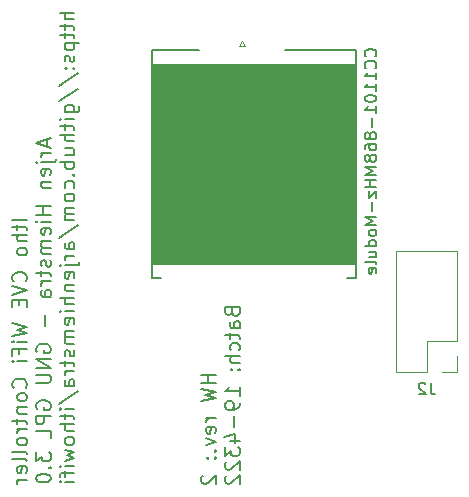
<source format=gbo>
G04 #@! TF.GenerationSoftware,KiCad,Pcbnew,(6.0.8-1)-1*
G04 #@! TF.CreationDate,2022-10-25T00:57:16+02:00*
G04 #@! TF.ProjectId,ithowifi_4l,6974686f-7769-4666-995f-346c2e6b6963,rev?*
G04 #@! TF.SameCoordinates,Original*
G04 #@! TF.FileFunction,Legend,Bot*
G04 #@! TF.FilePolarity,Positive*
%FSLAX46Y46*%
G04 Gerber Fmt 4.6, Leading zero omitted, Abs format (unit mm)*
G04 Created by KiCad (PCBNEW (6.0.8-1)-1) date 2022-10-25 00:57:16*
%MOMM*%
%LPD*%
G01*
G04 APERTURE LIST*
%ADD10C,0.100000*%
%ADD11C,0.200000*%
%ADD12C,0.150000*%
%ADD13C,0.120000*%
G04 APERTURE END LIST*
D10*
G36*
X114808000Y-129997200D02*
G01*
X97561400Y-129997200D01*
X97536000Y-113030000D01*
X114808000Y-113030000D01*
X114808000Y-129997200D01*
G37*
X114808000Y-129997200D02*
X97561400Y-129997200D01*
X97536000Y-113030000D01*
X114808000Y-113030000D01*
X114808000Y-129997200D01*
D11*
X86949606Y-126226666D02*
X85703606Y-126226666D01*
X86118940Y-126642000D02*
X86118940Y-127116666D01*
X85703606Y-126820000D02*
X86771606Y-126820000D01*
X86890273Y-126879333D01*
X86949606Y-126998000D01*
X86949606Y-127116666D01*
X86949606Y-127532000D02*
X85703606Y-127532000D01*
X86949606Y-128066000D02*
X86296940Y-128066000D01*
X86178273Y-128006666D01*
X86118940Y-127888000D01*
X86118940Y-127710000D01*
X86178273Y-127591333D01*
X86237606Y-127532000D01*
X86949606Y-128837333D02*
X86890273Y-128718666D01*
X86830940Y-128659333D01*
X86712273Y-128600000D01*
X86356273Y-128600000D01*
X86237606Y-128659333D01*
X86178273Y-128718666D01*
X86118940Y-128837333D01*
X86118940Y-129015333D01*
X86178273Y-129134000D01*
X86237606Y-129193333D01*
X86356273Y-129252666D01*
X86712273Y-129252666D01*
X86830940Y-129193333D01*
X86890273Y-129134000D01*
X86949606Y-129015333D01*
X86949606Y-128837333D01*
X86830940Y-131448000D02*
X86890273Y-131388666D01*
X86949606Y-131210666D01*
X86949606Y-131092000D01*
X86890273Y-130914000D01*
X86771606Y-130795333D01*
X86652940Y-130736000D01*
X86415606Y-130676666D01*
X86237606Y-130676666D01*
X86000273Y-130736000D01*
X85881606Y-130795333D01*
X85762940Y-130914000D01*
X85703606Y-131092000D01*
X85703606Y-131210666D01*
X85762940Y-131388666D01*
X85822273Y-131448000D01*
X85703606Y-131804000D02*
X86949606Y-132219333D01*
X85703606Y-132634666D01*
X86296940Y-133049999D02*
X86296940Y-133465333D01*
X86949606Y-133643333D02*
X86949606Y-133049999D01*
X85703606Y-133049999D01*
X85703606Y-133643333D01*
X85703606Y-135008000D02*
X86949606Y-135304666D01*
X86059606Y-135542000D01*
X86949606Y-135779333D01*
X85703606Y-136076000D01*
X86949606Y-136550666D02*
X86118940Y-136550666D01*
X85703606Y-136550666D02*
X85762940Y-136491333D01*
X85822273Y-136550666D01*
X85762940Y-136610000D01*
X85703606Y-136550666D01*
X85822273Y-136550666D01*
X86296940Y-137559333D02*
X86296940Y-137144000D01*
X86949606Y-137144000D02*
X85703606Y-137144000D01*
X85703606Y-137737333D01*
X86949606Y-138212000D02*
X86118940Y-138212000D01*
X85703606Y-138212000D02*
X85762940Y-138152666D01*
X85822273Y-138212000D01*
X85762940Y-138271333D01*
X85703606Y-138212000D01*
X85822273Y-138212000D01*
X86830940Y-140466666D02*
X86890273Y-140407333D01*
X86949606Y-140229333D01*
X86949606Y-140110666D01*
X86890273Y-139932666D01*
X86771606Y-139814000D01*
X86652940Y-139754666D01*
X86415606Y-139695333D01*
X86237606Y-139695333D01*
X86000273Y-139754666D01*
X85881606Y-139814000D01*
X85762940Y-139932666D01*
X85703606Y-140110666D01*
X85703606Y-140229333D01*
X85762940Y-140407333D01*
X85822273Y-140466666D01*
X86949606Y-141178666D02*
X86890273Y-141060000D01*
X86830940Y-141000666D01*
X86712273Y-140941333D01*
X86356273Y-140941333D01*
X86237606Y-141000666D01*
X86178273Y-141060000D01*
X86118940Y-141178666D01*
X86118940Y-141356666D01*
X86178273Y-141475333D01*
X86237606Y-141534666D01*
X86356273Y-141594000D01*
X86712273Y-141594000D01*
X86830940Y-141534666D01*
X86890273Y-141475333D01*
X86949606Y-141356666D01*
X86949606Y-141178666D01*
X86118940Y-142128000D02*
X86949606Y-142128000D01*
X86237606Y-142128000D02*
X86178273Y-142187333D01*
X86118940Y-142306000D01*
X86118940Y-142484000D01*
X86178273Y-142602666D01*
X86296940Y-142662000D01*
X86949606Y-142662000D01*
X86118940Y-143077333D02*
X86118940Y-143552000D01*
X85703606Y-143255333D02*
X86771606Y-143255333D01*
X86890273Y-143314666D01*
X86949606Y-143433333D01*
X86949606Y-143552000D01*
X86949606Y-143967333D02*
X86118940Y-143967333D01*
X86356273Y-143967333D02*
X86237606Y-144026666D01*
X86178273Y-144086000D01*
X86118940Y-144204666D01*
X86118940Y-144323333D01*
X86949606Y-144916666D02*
X86890273Y-144798000D01*
X86830940Y-144738666D01*
X86712273Y-144679333D01*
X86356273Y-144679333D01*
X86237606Y-144738666D01*
X86178273Y-144798000D01*
X86118940Y-144916666D01*
X86118940Y-145094666D01*
X86178273Y-145213333D01*
X86237606Y-145272666D01*
X86356273Y-145332000D01*
X86712273Y-145332000D01*
X86830940Y-145272666D01*
X86890273Y-145213333D01*
X86949606Y-145094666D01*
X86949606Y-144916666D01*
X86949606Y-146044000D02*
X86890273Y-145925333D01*
X86771606Y-145866000D01*
X85703606Y-145866000D01*
X86949606Y-146696666D02*
X86890273Y-146578000D01*
X86771606Y-146518666D01*
X85703606Y-146518666D01*
X86890273Y-147646000D02*
X86949606Y-147527333D01*
X86949606Y-147290000D01*
X86890273Y-147171333D01*
X86771606Y-147112000D01*
X86296940Y-147112000D01*
X86178273Y-147171333D01*
X86118940Y-147290000D01*
X86118940Y-147527333D01*
X86178273Y-147646000D01*
X86296940Y-147705333D01*
X86415606Y-147705333D01*
X86534273Y-147112000D01*
X86949606Y-148239333D02*
X86118940Y-148239333D01*
X86356273Y-148239333D02*
X86237606Y-148298666D01*
X86178273Y-148358000D01*
X86118940Y-148476666D01*
X86118940Y-148595333D01*
X88599666Y-119462666D02*
X88599666Y-120056000D01*
X88955666Y-119344000D02*
X87709666Y-119759333D01*
X88955666Y-120174666D01*
X88955666Y-120590000D02*
X88125000Y-120590000D01*
X88362333Y-120590000D02*
X88243666Y-120649333D01*
X88184333Y-120708666D01*
X88125000Y-120827333D01*
X88125000Y-120946000D01*
X88125000Y-121361333D02*
X89193000Y-121361333D01*
X89311666Y-121302000D01*
X89371000Y-121183333D01*
X89371000Y-121124000D01*
X87709666Y-121361333D02*
X87769000Y-121302000D01*
X87828333Y-121361333D01*
X87769000Y-121420666D01*
X87709666Y-121361333D01*
X87828333Y-121361333D01*
X88896333Y-122429333D02*
X88955666Y-122310666D01*
X88955666Y-122073333D01*
X88896333Y-121954666D01*
X88777666Y-121895333D01*
X88303000Y-121895333D01*
X88184333Y-121954666D01*
X88125000Y-122073333D01*
X88125000Y-122310666D01*
X88184333Y-122429333D01*
X88303000Y-122488666D01*
X88421666Y-122488666D01*
X88540333Y-121895333D01*
X88125000Y-123022666D02*
X88955666Y-123022666D01*
X88243666Y-123022666D02*
X88184333Y-123082000D01*
X88125000Y-123200666D01*
X88125000Y-123378666D01*
X88184333Y-123497333D01*
X88303000Y-123556666D01*
X88955666Y-123556666D01*
X88955666Y-125099333D02*
X87709666Y-125099333D01*
X88303000Y-125099333D02*
X88303000Y-125811333D01*
X88955666Y-125811333D02*
X87709666Y-125811333D01*
X88955666Y-126404666D02*
X88125000Y-126404666D01*
X87709666Y-126404666D02*
X87769000Y-126345333D01*
X87828333Y-126404666D01*
X87769000Y-126464000D01*
X87709666Y-126404666D01*
X87828333Y-126404666D01*
X88896333Y-127472666D02*
X88955666Y-127354000D01*
X88955666Y-127116666D01*
X88896333Y-126998000D01*
X88777666Y-126938666D01*
X88303000Y-126938666D01*
X88184333Y-126998000D01*
X88125000Y-127116666D01*
X88125000Y-127354000D01*
X88184333Y-127472666D01*
X88303000Y-127532000D01*
X88421666Y-127532000D01*
X88540333Y-126938666D01*
X88955666Y-128066000D02*
X88125000Y-128066000D01*
X88243666Y-128066000D02*
X88184333Y-128125333D01*
X88125000Y-128244000D01*
X88125000Y-128422000D01*
X88184333Y-128540666D01*
X88303000Y-128600000D01*
X88955666Y-128600000D01*
X88303000Y-128600000D02*
X88184333Y-128659333D01*
X88125000Y-128778000D01*
X88125000Y-128956000D01*
X88184333Y-129074666D01*
X88303000Y-129134000D01*
X88955666Y-129134000D01*
X88896333Y-129667999D02*
X88955666Y-129786666D01*
X88955666Y-130023999D01*
X88896333Y-130142666D01*
X88777666Y-130201999D01*
X88718333Y-130201999D01*
X88599666Y-130142666D01*
X88540333Y-130023999D01*
X88540333Y-129845999D01*
X88481000Y-129727333D01*
X88362333Y-129667999D01*
X88303000Y-129667999D01*
X88184333Y-129727333D01*
X88125000Y-129845999D01*
X88125000Y-130023999D01*
X88184333Y-130142666D01*
X88125000Y-130558000D02*
X88125000Y-131032666D01*
X87709666Y-130736000D02*
X88777666Y-130736000D01*
X88896333Y-130795333D01*
X88955666Y-130914000D01*
X88955666Y-131032666D01*
X88955666Y-131448000D02*
X88125000Y-131448000D01*
X88362333Y-131448000D02*
X88243666Y-131507333D01*
X88184333Y-131566666D01*
X88125000Y-131685333D01*
X88125000Y-131804000D01*
X88955666Y-132753333D02*
X88303000Y-132753333D01*
X88184333Y-132693999D01*
X88125000Y-132575333D01*
X88125000Y-132337999D01*
X88184333Y-132219333D01*
X88896333Y-132753333D02*
X88955666Y-132634666D01*
X88955666Y-132337999D01*
X88896333Y-132219333D01*
X88777666Y-132159999D01*
X88659000Y-132159999D01*
X88540333Y-132219333D01*
X88481000Y-132337999D01*
X88481000Y-132634666D01*
X88421666Y-132753333D01*
X88481000Y-134296000D02*
X88481000Y-135245333D01*
X87769000Y-137440666D02*
X87709666Y-137322000D01*
X87709666Y-137144000D01*
X87769000Y-136966000D01*
X87887666Y-136847333D01*
X88006333Y-136788000D01*
X88243666Y-136728666D01*
X88421666Y-136728666D01*
X88659000Y-136788000D01*
X88777666Y-136847333D01*
X88896333Y-136966000D01*
X88955666Y-137144000D01*
X88955666Y-137262666D01*
X88896333Y-137440666D01*
X88837000Y-137500000D01*
X88421666Y-137500000D01*
X88421666Y-137262666D01*
X88955666Y-138034000D02*
X87709666Y-138034000D01*
X88955666Y-138746000D01*
X87709666Y-138746000D01*
X87709666Y-139339333D02*
X88718333Y-139339333D01*
X88837000Y-139398666D01*
X88896333Y-139458000D01*
X88955666Y-139576666D01*
X88955666Y-139814000D01*
X88896333Y-139932666D01*
X88837000Y-139992000D01*
X88718333Y-140051333D01*
X87709666Y-140051333D01*
X87769000Y-142246666D02*
X87709666Y-142128000D01*
X87709666Y-141950000D01*
X87769000Y-141772000D01*
X87887666Y-141653333D01*
X88006333Y-141594000D01*
X88243666Y-141534666D01*
X88421666Y-141534666D01*
X88659000Y-141594000D01*
X88777666Y-141653333D01*
X88896333Y-141772000D01*
X88955666Y-141950000D01*
X88955666Y-142068666D01*
X88896333Y-142246666D01*
X88837000Y-142306000D01*
X88421666Y-142306000D01*
X88421666Y-142068666D01*
X88955666Y-142840000D02*
X87709666Y-142840000D01*
X87709666Y-143314666D01*
X87769000Y-143433333D01*
X87828333Y-143492666D01*
X87947000Y-143552000D01*
X88125000Y-143552000D01*
X88243666Y-143492666D01*
X88303000Y-143433333D01*
X88362333Y-143314666D01*
X88362333Y-142840000D01*
X88955666Y-144679333D02*
X88955666Y-144086000D01*
X87709666Y-144086000D01*
X87709666Y-145925333D02*
X87709666Y-146696666D01*
X88184333Y-146281333D01*
X88184333Y-146459333D01*
X88243666Y-146578000D01*
X88303000Y-146637333D01*
X88421666Y-146696666D01*
X88718333Y-146696666D01*
X88837000Y-146637333D01*
X88896333Y-146578000D01*
X88955666Y-146459333D01*
X88955666Y-146103333D01*
X88896333Y-145984666D01*
X88837000Y-145925333D01*
X88837000Y-147230666D02*
X88896333Y-147290000D01*
X88955666Y-147230666D01*
X88896333Y-147171333D01*
X88837000Y-147230666D01*
X88955666Y-147230666D01*
X87709666Y-148061333D02*
X87709666Y-148180000D01*
X87769000Y-148298666D01*
X87828333Y-148357999D01*
X87947000Y-148417333D01*
X88184333Y-148476666D01*
X88481000Y-148476666D01*
X88718333Y-148417333D01*
X88837000Y-148358000D01*
X88896333Y-148298666D01*
X88955666Y-148180000D01*
X88955666Y-148061333D01*
X88896333Y-147942666D01*
X88837000Y-147883333D01*
X88718333Y-147824000D01*
X88481000Y-147764666D01*
X88184333Y-147764666D01*
X87947000Y-147824000D01*
X87828333Y-147883333D01*
X87769000Y-147942666D01*
X87709666Y-148061333D01*
X90961726Y-108723333D02*
X89715726Y-108723333D01*
X90961726Y-109257333D02*
X90309060Y-109257333D01*
X90190393Y-109198000D01*
X90131060Y-109079333D01*
X90131060Y-108901333D01*
X90190393Y-108782666D01*
X90249726Y-108723333D01*
X90131060Y-109672666D02*
X90131060Y-110147333D01*
X89715726Y-109850666D02*
X90783726Y-109850666D01*
X90902393Y-109910000D01*
X90961726Y-110028666D01*
X90961726Y-110147333D01*
X90131060Y-110384666D02*
X90131060Y-110859333D01*
X89715726Y-110562666D02*
X90783726Y-110562666D01*
X90902393Y-110622000D01*
X90961726Y-110740666D01*
X90961726Y-110859333D01*
X90131060Y-111274666D02*
X91377060Y-111274666D01*
X90190393Y-111274666D02*
X90131060Y-111393333D01*
X90131060Y-111630666D01*
X90190393Y-111749333D01*
X90249726Y-111808666D01*
X90368393Y-111868000D01*
X90724393Y-111868000D01*
X90843060Y-111808666D01*
X90902393Y-111749333D01*
X90961726Y-111630666D01*
X90961726Y-111393333D01*
X90902393Y-111274666D01*
X90902393Y-112342666D02*
X90961726Y-112461333D01*
X90961726Y-112698666D01*
X90902393Y-112817333D01*
X90783726Y-112876666D01*
X90724393Y-112876666D01*
X90605726Y-112817333D01*
X90546393Y-112698666D01*
X90546393Y-112520666D01*
X90487060Y-112402000D01*
X90368393Y-112342666D01*
X90309060Y-112342666D01*
X90190393Y-112402000D01*
X90131060Y-112520666D01*
X90131060Y-112698666D01*
X90190393Y-112817333D01*
X90843060Y-113410666D02*
X90902393Y-113470000D01*
X90961726Y-113410666D01*
X90902393Y-113351333D01*
X90843060Y-113410666D01*
X90961726Y-113410666D01*
X90190393Y-113410666D02*
X90249726Y-113470000D01*
X90309060Y-113410666D01*
X90249726Y-113351333D01*
X90190393Y-113410666D01*
X90309060Y-113410666D01*
X89656393Y-114894000D02*
X91258393Y-113826000D01*
X89656393Y-116199333D02*
X91258393Y-115131333D01*
X90131060Y-117148666D02*
X91139726Y-117148666D01*
X91258393Y-117089333D01*
X91317726Y-117030000D01*
X91377060Y-116911333D01*
X91377060Y-116733333D01*
X91317726Y-116614666D01*
X90902393Y-117148666D02*
X90961726Y-117030000D01*
X90961726Y-116792666D01*
X90902393Y-116674000D01*
X90843060Y-116614666D01*
X90724393Y-116555333D01*
X90368393Y-116555333D01*
X90249726Y-116614666D01*
X90190393Y-116674000D01*
X90131060Y-116792666D01*
X90131060Y-117030000D01*
X90190393Y-117148666D01*
X90961726Y-117742000D02*
X90131060Y-117742000D01*
X89715726Y-117742000D02*
X89775060Y-117682666D01*
X89834393Y-117742000D01*
X89775060Y-117801333D01*
X89715726Y-117742000D01*
X89834393Y-117742000D01*
X90131060Y-118157333D02*
X90131060Y-118632000D01*
X89715726Y-118335333D02*
X90783726Y-118335333D01*
X90902393Y-118394666D01*
X90961726Y-118513333D01*
X90961726Y-118632000D01*
X90961726Y-119047333D02*
X89715726Y-119047333D01*
X90961726Y-119581333D02*
X90309060Y-119581333D01*
X90190393Y-119522000D01*
X90131060Y-119403333D01*
X90131060Y-119225333D01*
X90190393Y-119106666D01*
X90249726Y-119047333D01*
X90131060Y-120708666D02*
X90961726Y-120708666D01*
X90131060Y-120174666D02*
X90783726Y-120174666D01*
X90902393Y-120234000D01*
X90961726Y-120352666D01*
X90961726Y-120530666D01*
X90902393Y-120649333D01*
X90843060Y-120708666D01*
X90961726Y-121302000D02*
X89715726Y-121302000D01*
X90190393Y-121302000D02*
X90131060Y-121420666D01*
X90131060Y-121658000D01*
X90190393Y-121776666D01*
X90249726Y-121836000D01*
X90368393Y-121895333D01*
X90724393Y-121895333D01*
X90843060Y-121836000D01*
X90902393Y-121776666D01*
X90961726Y-121658000D01*
X90961726Y-121420666D01*
X90902393Y-121302000D01*
X90843060Y-122429333D02*
X90902393Y-122488666D01*
X90961726Y-122429333D01*
X90902393Y-122370000D01*
X90843060Y-122429333D01*
X90961726Y-122429333D01*
X90902393Y-123556666D02*
X90961726Y-123438000D01*
X90961726Y-123200666D01*
X90902393Y-123082000D01*
X90843060Y-123022666D01*
X90724393Y-122963333D01*
X90368393Y-122963333D01*
X90249726Y-123022666D01*
X90190393Y-123082000D01*
X90131060Y-123200666D01*
X90131060Y-123438000D01*
X90190393Y-123556666D01*
X90961726Y-124268666D02*
X90902393Y-124150000D01*
X90843060Y-124090666D01*
X90724393Y-124031333D01*
X90368393Y-124031333D01*
X90249726Y-124090666D01*
X90190393Y-124150000D01*
X90131060Y-124268666D01*
X90131060Y-124446666D01*
X90190393Y-124565333D01*
X90249726Y-124624666D01*
X90368393Y-124684000D01*
X90724393Y-124684000D01*
X90843060Y-124624666D01*
X90902393Y-124565333D01*
X90961726Y-124446666D01*
X90961726Y-124268666D01*
X90961726Y-125218000D02*
X90131060Y-125218000D01*
X90249726Y-125218000D02*
X90190393Y-125277333D01*
X90131060Y-125396000D01*
X90131060Y-125574000D01*
X90190393Y-125692666D01*
X90309060Y-125752000D01*
X90961726Y-125752000D01*
X90309060Y-125752000D02*
X90190393Y-125811333D01*
X90131060Y-125930000D01*
X90131060Y-126108000D01*
X90190393Y-126226666D01*
X90309060Y-126286000D01*
X90961726Y-126286000D01*
X89656393Y-127769333D02*
X91258393Y-126701333D01*
X90961726Y-128718666D02*
X90309060Y-128718666D01*
X90190393Y-128659333D01*
X90131060Y-128540666D01*
X90131060Y-128303333D01*
X90190393Y-128184666D01*
X90902393Y-128718666D02*
X90961726Y-128600000D01*
X90961726Y-128303333D01*
X90902393Y-128184666D01*
X90783726Y-128125333D01*
X90665060Y-128125333D01*
X90546393Y-128184666D01*
X90487060Y-128303333D01*
X90487060Y-128600000D01*
X90427726Y-128718666D01*
X90961726Y-129312000D02*
X90131060Y-129312000D01*
X90368393Y-129312000D02*
X90249726Y-129371333D01*
X90190393Y-129430666D01*
X90131060Y-129549333D01*
X90131060Y-129668000D01*
X90131060Y-130083333D02*
X91199060Y-130083333D01*
X91317726Y-130023999D01*
X91377060Y-129905333D01*
X91377060Y-129845999D01*
X89715726Y-130083333D02*
X89775060Y-130023999D01*
X89834393Y-130083333D01*
X89775060Y-130142666D01*
X89715726Y-130083333D01*
X89834393Y-130083333D01*
X90902393Y-131151333D02*
X90961726Y-131032666D01*
X90961726Y-130795333D01*
X90902393Y-130676666D01*
X90783726Y-130617333D01*
X90309060Y-130617333D01*
X90190393Y-130676666D01*
X90131060Y-130795333D01*
X90131060Y-131032666D01*
X90190393Y-131151333D01*
X90309060Y-131210666D01*
X90427726Y-131210666D01*
X90546393Y-130617333D01*
X90131060Y-131744666D02*
X90961726Y-131744666D01*
X90249726Y-131744666D02*
X90190393Y-131803999D01*
X90131060Y-131922666D01*
X90131060Y-132100666D01*
X90190393Y-132219333D01*
X90309060Y-132278666D01*
X90961726Y-132278666D01*
X90961726Y-132871999D02*
X89715726Y-132871999D01*
X90961726Y-133405999D02*
X90309060Y-133405999D01*
X90190393Y-133346666D01*
X90131060Y-133227999D01*
X90131060Y-133049999D01*
X90190393Y-132931333D01*
X90249726Y-132871999D01*
X90961726Y-133999333D02*
X90131060Y-133999333D01*
X89715726Y-133999333D02*
X89775060Y-133939999D01*
X89834393Y-133999333D01*
X89775060Y-134058666D01*
X89715726Y-133999333D01*
X89834393Y-133999333D01*
X90902393Y-135067333D02*
X90961726Y-134948666D01*
X90961726Y-134711333D01*
X90902393Y-134592666D01*
X90783726Y-134533333D01*
X90309060Y-134533333D01*
X90190393Y-134592666D01*
X90131060Y-134711333D01*
X90131060Y-134948666D01*
X90190393Y-135067333D01*
X90309060Y-135126666D01*
X90427726Y-135126666D01*
X90546393Y-134533333D01*
X90961726Y-135660666D02*
X90131060Y-135660666D01*
X90249726Y-135660666D02*
X90190393Y-135720000D01*
X90131060Y-135838666D01*
X90131060Y-136016666D01*
X90190393Y-136135333D01*
X90309060Y-136194666D01*
X90961726Y-136194666D01*
X90309060Y-136194666D02*
X90190393Y-136254000D01*
X90131060Y-136372666D01*
X90131060Y-136550666D01*
X90190393Y-136669333D01*
X90309060Y-136728666D01*
X90961726Y-136728666D01*
X90902393Y-137262666D02*
X90961726Y-137381333D01*
X90961726Y-137618666D01*
X90902393Y-137737333D01*
X90783726Y-137796666D01*
X90724393Y-137796666D01*
X90605726Y-137737333D01*
X90546393Y-137618666D01*
X90546393Y-137440666D01*
X90487060Y-137322000D01*
X90368393Y-137262666D01*
X90309060Y-137262666D01*
X90190393Y-137322000D01*
X90131060Y-137440666D01*
X90131060Y-137618666D01*
X90190393Y-137737333D01*
X90131060Y-138152666D02*
X90131060Y-138627333D01*
X89715726Y-138330666D02*
X90783726Y-138330666D01*
X90902393Y-138390000D01*
X90961726Y-138508666D01*
X90961726Y-138627333D01*
X90961726Y-139042666D02*
X90131060Y-139042666D01*
X90368393Y-139042666D02*
X90249726Y-139102000D01*
X90190393Y-139161333D01*
X90131060Y-139280000D01*
X90131060Y-139398666D01*
X90961726Y-140348000D02*
X90309060Y-140348000D01*
X90190393Y-140288666D01*
X90131060Y-140170000D01*
X90131060Y-139932666D01*
X90190393Y-139814000D01*
X90902393Y-140348000D02*
X90961726Y-140229333D01*
X90961726Y-139932666D01*
X90902393Y-139814000D01*
X90783726Y-139754666D01*
X90665060Y-139754666D01*
X90546393Y-139814000D01*
X90487060Y-139932666D01*
X90487060Y-140229333D01*
X90427726Y-140348000D01*
X89656393Y-141831333D02*
X91258393Y-140763333D01*
X90961726Y-142246666D02*
X90131060Y-142246666D01*
X89715726Y-142246666D02*
X89775060Y-142187333D01*
X89834393Y-142246666D01*
X89775060Y-142306000D01*
X89715726Y-142246666D01*
X89834393Y-142246666D01*
X90131060Y-142662000D02*
X90131060Y-143136666D01*
X89715726Y-142840000D02*
X90783726Y-142840000D01*
X90902393Y-142899333D01*
X90961726Y-143018000D01*
X90961726Y-143136666D01*
X90961726Y-143552000D02*
X89715726Y-143552000D01*
X90961726Y-144086000D02*
X90309060Y-144086000D01*
X90190393Y-144026666D01*
X90131060Y-143908000D01*
X90131060Y-143730000D01*
X90190393Y-143611333D01*
X90249726Y-143552000D01*
X90961726Y-144857333D02*
X90902393Y-144738666D01*
X90843060Y-144679333D01*
X90724393Y-144620000D01*
X90368393Y-144620000D01*
X90249726Y-144679333D01*
X90190393Y-144738666D01*
X90131060Y-144857333D01*
X90131060Y-145035333D01*
X90190393Y-145154000D01*
X90249726Y-145213333D01*
X90368393Y-145272666D01*
X90724393Y-145272666D01*
X90843060Y-145213333D01*
X90902393Y-145154000D01*
X90961726Y-145035333D01*
X90961726Y-144857333D01*
X90131060Y-145688000D02*
X90961726Y-145925333D01*
X90368393Y-146162666D01*
X90961726Y-146400000D01*
X90131060Y-146637333D01*
X90961726Y-147112000D02*
X90131060Y-147112000D01*
X89715726Y-147112000D02*
X89775060Y-147052666D01*
X89834393Y-147112000D01*
X89775060Y-147171333D01*
X89715726Y-147112000D01*
X89834393Y-147112000D01*
X90131060Y-147527333D02*
X90131060Y-148002000D01*
X90961726Y-147705333D02*
X89893726Y-147705333D01*
X89775060Y-147764666D01*
X89715726Y-147883333D01*
X89715726Y-148002000D01*
X90961726Y-148417333D02*
X90131060Y-148417333D01*
X89715726Y-148417333D02*
X89775060Y-148357999D01*
X89834393Y-148417333D01*
X89775060Y-148476666D01*
X89715726Y-148417333D01*
X89834393Y-148417333D01*
X102938636Y-139347666D02*
X101692636Y-139347666D01*
X102285970Y-139347666D02*
X102285970Y-140059666D01*
X102938636Y-140059666D02*
X101692636Y-140059666D01*
X101692636Y-140534333D02*
X102938636Y-140831000D01*
X102048636Y-141068333D01*
X102938636Y-141305666D01*
X101692636Y-141602333D01*
X102938636Y-143026333D02*
X102107970Y-143026333D01*
X102345303Y-143026333D02*
X102226636Y-143085666D01*
X102167303Y-143145000D01*
X102107970Y-143263666D01*
X102107970Y-143382333D01*
X102879303Y-144272333D02*
X102938636Y-144153666D01*
X102938636Y-143916333D01*
X102879303Y-143797666D01*
X102760636Y-143738333D01*
X102285970Y-143738333D01*
X102167303Y-143797666D01*
X102107970Y-143916333D01*
X102107970Y-144153666D01*
X102167303Y-144272333D01*
X102285970Y-144331666D01*
X102404636Y-144331666D01*
X102523303Y-143738333D01*
X102107970Y-144747000D02*
X102938636Y-145043666D01*
X102107970Y-145340333D01*
X102819970Y-145815000D02*
X102879303Y-145874333D01*
X102938636Y-145815000D01*
X102879303Y-145755666D01*
X102819970Y-145815000D01*
X102938636Y-145815000D01*
X102819970Y-146408333D02*
X102879303Y-146467666D01*
X102938636Y-146408333D01*
X102879303Y-146349000D01*
X102819970Y-146408333D01*
X102938636Y-146408333D01*
X102167303Y-146408333D02*
X102226636Y-146467666D01*
X102285970Y-146408333D01*
X102226636Y-146349000D01*
X102167303Y-146408333D01*
X102285970Y-146408333D01*
X101811303Y-147891666D02*
X101751970Y-147951000D01*
X101692636Y-148069666D01*
X101692636Y-148366333D01*
X101751970Y-148485000D01*
X101811303Y-148544333D01*
X101929970Y-148603666D01*
X102048636Y-148603666D01*
X102226636Y-148544333D01*
X102938636Y-147832333D01*
X102938636Y-148603666D01*
X104292030Y-134067000D02*
X104351363Y-134245000D01*
X104410696Y-134304333D01*
X104529363Y-134363666D01*
X104707363Y-134363666D01*
X104826030Y-134304333D01*
X104885363Y-134245000D01*
X104944696Y-134126333D01*
X104944696Y-133651666D01*
X103698696Y-133651666D01*
X103698696Y-134067000D01*
X103758030Y-134185666D01*
X103817363Y-134245000D01*
X103936030Y-134304333D01*
X104054696Y-134304333D01*
X104173363Y-134245000D01*
X104232696Y-134185666D01*
X104292030Y-134067000D01*
X104292030Y-133651666D01*
X104944696Y-135431666D02*
X104292030Y-135431666D01*
X104173363Y-135372333D01*
X104114030Y-135253666D01*
X104114030Y-135016333D01*
X104173363Y-134897666D01*
X104885363Y-135431666D02*
X104944696Y-135313000D01*
X104944696Y-135016333D01*
X104885363Y-134897666D01*
X104766696Y-134838333D01*
X104648030Y-134838333D01*
X104529363Y-134897666D01*
X104470030Y-135016333D01*
X104470030Y-135313000D01*
X104410696Y-135431666D01*
X104114030Y-135847000D02*
X104114030Y-136321666D01*
X103698696Y-136025000D02*
X104766696Y-136025000D01*
X104885363Y-136084333D01*
X104944696Y-136203000D01*
X104944696Y-136321666D01*
X104885363Y-137271000D02*
X104944696Y-137152333D01*
X104944696Y-136915000D01*
X104885363Y-136796333D01*
X104826030Y-136737000D01*
X104707363Y-136677666D01*
X104351363Y-136677666D01*
X104232696Y-136737000D01*
X104173363Y-136796333D01*
X104114030Y-136915000D01*
X104114030Y-137152333D01*
X104173363Y-137271000D01*
X104944696Y-137805000D02*
X103698696Y-137805000D01*
X104944696Y-138339000D02*
X104292030Y-138339000D01*
X104173363Y-138279666D01*
X104114030Y-138161000D01*
X104114030Y-137983000D01*
X104173363Y-137864333D01*
X104232696Y-137805000D01*
X104826030Y-138932333D02*
X104885363Y-138991666D01*
X104944696Y-138932333D01*
X104885363Y-138873000D01*
X104826030Y-138932333D01*
X104944696Y-138932333D01*
X104173363Y-138932333D02*
X104232696Y-138991666D01*
X104292030Y-138932333D01*
X104232696Y-138873000D01*
X104173363Y-138932333D01*
X104292030Y-138932333D01*
X104944696Y-141127666D02*
X104944696Y-140415666D01*
X104944696Y-140771666D02*
X103698696Y-140771666D01*
X103876696Y-140653000D01*
X103995363Y-140534333D01*
X104054696Y-140415666D01*
X104944696Y-141721000D02*
X104944696Y-141958333D01*
X104885363Y-142077000D01*
X104826030Y-142136333D01*
X104648030Y-142255000D01*
X104410696Y-142314333D01*
X103936030Y-142314333D01*
X103817363Y-142255000D01*
X103758030Y-142195666D01*
X103698696Y-142077000D01*
X103698696Y-141839666D01*
X103758030Y-141721000D01*
X103817363Y-141661666D01*
X103936030Y-141602333D01*
X104232696Y-141602333D01*
X104351363Y-141661666D01*
X104410696Y-141721000D01*
X104470030Y-141839666D01*
X104470030Y-142077000D01*
X104410696Y-142195666D01*
X104351363Y-142255000D01*
X104232696Y-142314333D01*
X104470030Y-142848333D02*
X104470030Y-143797666D01*
X104114030Y-144925000D02*
X104944696Y-144925000D01*
X103639363Y-144628333D02*
X104529363Y-144331666D01*
X104529363Y-145103000D01*
X103698696Y-145459000D02*
X103698696Y-146230333D01*
X104173363Y-145815000D01*
X104173363Y-145993000D01*
X104232696Y-146111666D01*
X104292030Y-146171000D01*
X104410696Y-146230333D01*
X104707363Y-146230333D01*
X104826030Y-146171000D01*
X104885363Y-146111666D01*
X104944696Y-145993000D01*
X104944696Y-145637000D01*
X104885363Y-145518333D01*
X104826030Y-145459000D01*
X103817363Y-146705000D02*
X103758030Y-146764333D01*
X103698696Y-146883000D01*
X103698696Y-147179666D01*
X103758030Y-147298333D01*
X103817363Y-147357666D01*
X103936030Y-147417000D01*
X104054696Y-147417000D01*
X104232696Y-147357666D01*
X104944696Y-146645666D01*
X104944696Y-147417000D01*
X103817363Y-147891666D02*
X103758030Y-147951000D01*
X103698696Y-148069666D01*
X103698696Y-148366333D01*
X103758030Y-148485000D01*
X103817363Y-148544333D01*
X103936030Y-148603666D01*
X104054696Y-148603666D01*
X104232696Y-148544333D01*
X104944696Y-147832333D01*
X104944696Y-148603666D01*
D12*
X121110333Y-140017380D02*
X121110333Y-140731666D01*
X121157952Y-140874523D01*
X121253190Y-140969761D01*
X121396047Y-141017380D01*
X121491285Y-141017380D01*
X120681761Y-140112619D02*
X120634142Y-140065000D01*
X120538904Y-140017380D01*
X120300809Y-140017380D01*
X120205571Y-140065000D01*
X120157952Y-140112619D01*
X120110333Y-140207857D01*
X120110333Y-140303095D01*
X120157952Y-140445952D01*
X120729380Y-141017380D01*
X120110333Y-141017380D01*
X116435142Y-112404047D02*
X116482761Y-112356428D01*
X116530380Y-112213571D01*
X116530380Y-112118333D01*
X116482761Y-111975476D01*
X116387523Y-111880238D01*
X116292285Y-111832619D01*
X116101809Y-111785000D01*
X115958952Y-111785000D01*
X115768476Y-111832619D01*
X115673238Y-111880238D01*
X115578000Y-111975476D01*
X115530380Y-112118333D01*
X115530380Y-112213571D01*
X115578000Y-112356428D01*
X115625619Y-112404047D01*
X116435142Y-113404047D02*
X116482761Y-113356428D01*
X116530380Y-113213571D01*
X116530380Y-113118333D01*
X116482761Y-112975476D01*
X116387523Y-112880238D01*
X116292285Y-112832619D01*
X116101809Y-112785000D01*
X115958952Y-112785000D01*
X115768476Y-112832619D01*
X115673238Y-112880238D01*
X115578000Y-112975476D01*
X115530380Y-113118333D01*
X115530380Y-113213571D01*
X115578000Y-113356428D01*
X115625619Y-113404047D01*
X116530380Y-114356428D02*
X116530380Y-113785000D01*
X116530380Y-114070714D02*
X115530380Y-114070714D01*
X115673238Y-113975476D01*
X115768476Y-113880238D01*
X115816095Y-113785000D01*
X116530380Y-115308809D02*
X116530380Y-114737380D01*
X116530380Y-115023095D02*
X115530380Y-115023095D01*
X115673238Y-114927857D01*
X115768476Y-114832619D01*
X115816095Y-114737380D01*
X115530380Y-115927857D02*
X115530380Y-116023095D01*
X115578000Y-116118333D01*
X115625619Y-116165952D01*
X115720857Y-116213571D01*
X115911333Y-116261190D01*
X116149428Y-116261190D01*
X116339904Y-116213571D01*
X116435142Y-116165952D01*
X116482761Y-116118333D01*
X116530380Y-116023095D01*
X116530380Y-115927857D01*
X116482761Y-115832619D01*
X116435142Y-115785000D01*
X116339904Y-115737380D01*
X116149428Y-115689761D01*
X115911333Y-115689761D01*
X115720857Y-115737380D01*
X115625619Y-115785000D01*
X115578000Y-115832619D01*
X115530380Y-115927857D01*
X116530380Y-117213571D02*
X116530380Y-116642142D01*
X116530380Y-116927857D02*
X115530380Y-116927857D01*
X115673238Y-116832619D01*
X115768476Y-116737380D01*
X115816095Y-116642142D01*
X116149428Y-117642142D02*
X116149428Y-118404047D01*
X115958952Y-119023095D02*
X115911333Y-118927857D01*
X115863714Y-118880238D01*
X115768476Y-118832619D01*
X115720857Y-118832619D01*
X115625619Y-118880238D01*
X115578000Y-118927857D01*
X115530380Y-119023095D01*
X115530380Y-119213571D01*
X115578000Y-119308809D01*
X115625619Y-119356428D01*
X115720857Y-119404047D01*
X115768476Y-119404047D01*
X115863714Y-119356428D01*
X115911333Y-119308809D01*
X115958952Y-119213571D01*
X115958952Y-119023095D01*
X116006571Y-118927857D01*
X116054190Y-118880238D01*
X116149428Y-118832619D01*
X116339904Y-118832619D01*
X116435142Y-118880238D01*
X116482761Y-118927857D01*
X116530380Y-119023095D01*
X116530380Y-119213571D01*
X116482761Y-119308809D01*
X116435142Y-119356428D01*
X116339904Y-119404047D01*
X116149428Y-119404047D01*
X116054190Y-119356428D01*
X116006571Y-119308809D01*
X115958952Y-119213571D01*
X115530380Y-120261190D02*
X115530380Y-120070714D01*
X115578000Y-119975476D01*
X115625619Y-119927857D01*
X115768476Y-119832619D01*
X115958952Y-119785000D01*
X116339904Y-119785000D01*
X116435142Y-119832619D01*
X116482761Y-119880238D01*
X116530380Y-119975476D01*
X116530380Y-120165952D01*
X116482761Y-120261190D01*
X116435142Y-120308809D01*
X116339904Y-120356428D01*
X116101809Y-120356428D01*
X116006571Y-120308809D01*
X115958952Y-120261190D01*
X115911333Y-120165952D01*
X115911333Y-119975476D01*
X115958952Y-119880238D01*
X116006571Y-119832619D01*
X116101809Y-119785000D01*
X115958952Y-120927857D02*
X115911333Y-120832619D01*
X115863714Y-120785000D01*
X115768476Y-120737380D01*
X115720857Y-120737380D01*
X115625619Y-120785000D01*
X115578000Y-120832619D01*
X115530380Y-120927857D01*
X115530380Y-121118333D01*
X115578000Y-121213571D01*
X115625619Y-121261190D01*
X115720857Y-121308809D01*
X115768476Y-121308809D01*
X115863714Y-121261190D01*
X115911333Y-121213571D01*
X115958952Y-121118333D01*
X115958952Y-120927857D01*
X116006571Y-120832619D01*
X116054190Y-120785000D01*
X116149428Y-120737380D01*
X116339904Y-120737380D01*
X116435142Y-120785000D01*
X116482761Y-120832619D01*
X116530380Y-120927857D01*
X116530380Y-121118333D01*
X116482761Y-121213571D01*
X116435142Y-121261190D01*
X116339904Y-121308809D01*
X116149428Y-121308809D01*
X116054190Y-121261190D01*
X116006571Y-121213571D01*
X115958952Y-121118333D01*
X116530380Y-121737380D02*
X115530380Y-121737380D01*
X116244666Y-122070714D01*
X115530380Y-122404047D01*
X116530380Y-122404047D01*
X116530380Y-122880238D02*
X115530380Y-122880238D01*
X116006571Y-122880238D02*
X116006571Y-123451666D01*
X116530380Y-123451666D02*
X115530380Y-123451666D01*
X115863714Y-123832619D02*
X115863714Y-124356428D01*
X116530380Y-123832619D01*
X116530380Y-124356428D01*
X116149428Y-124737380D02*
X116149428Y-125499285D01*
X116530380Y-125975476D02*
X115530380Y-125975476D01*
X116244666Y-126308809D01*
X115530380Y-126642142D01*
X116530380Y-126642142D01*
X116530380Y-127261190D02*
X116482761Y-127165952D01*
X116435142Y-127118333D01*
X116339904Y-127070714D01*
X116054190Y-127070714D01*
X115958952Y-127118333D01*
X115911333Y-127165952D01*
X115863714Y-127261190D01*
X115863714Y-127404047D01*
X115911333Y-127499285D01*
X115958952Y-127546904D01*
X116054190Y-127594523D01*
X116339904Y-127594523D01*
X116435142Y-127546904D01*
X116482761Y-127499285D01*
X116530380Y-127404047D01*
X116530380Y-127261190D01*
X116530380Y-128451666D02*
X115530380Y-128451666D01*
X116482761Y-128451666D02*
X116530380Y-128356428D01*
X116530380Y-128165952D01*
X116482761Y-128070714D01*
X116435142Y-128023095D01*
X116339904Y-127975476D01*
X116054190Y-127975476D01*
X115958952Y-128023095D01*
X115911333Y-128070714D01*
X115863714Y-128165952D01*
X115863714Y-128356428D01*
X115911333Y-128451666D01*
X115863714Y-129356428D02*
X116530380Y-129356428D01*
X115863714Y-128927857D02*
X116387523Y-128927857D01*
X116482761Y-128975476D01*
X116530380Y-129070714D01*
X116530380Y-129213571D01*
X116482761Y-129308809D01*
X116435142Y-129356428D01*
X116530380Y-129975476D02*
X116482761Y-129880238D01*
X116387523Y-129832619D01*
X115530380Y-129832619D01*
X116482761Y-130737380D02*
X116530380Y-130642142D01*
X116530380Y-130451666D01*
X116482761Y-130356428D01*
X116387523Y-130308809D01*
X116006571Y-130308809D01*
X115911333Y-130356428D01*
X115863714Y-130451666D01*
X115863714Y-130642142D01*
X115911333Y-130737380D01*
X116006571Y-130785000D01*
X116101809Y-130785000D01*
X116197047Y-130308809D01*
D13*
X120777000Y-139125000D02*
X120777000Y-136525000D01*
X118177000Y-128845000D02*
X123377000Y-128845000D01*
X118177000Y-139125000D02*
X118177000Y-128845000D01*
X120777000Y-136525000D02*
X123377000Y-136525000D01*
X123377000Y-136525000D02*
X123377000Y-128845000D01*
X122047000Y-139125000D02*
X123377000Y-139125000D01*
X118177000Y-139125000D02*
X120777000Y-139125000D01*
X123377000Y-139125000D02*
X123377000Y-137795000D01*
X104931400Y-111558400D02*
X105181400Y-111058400D01*
X105181400Y-111058400D02*
X105431400Y-111558400D01*
X105431400Y-111558400D02*
X104931400Y-111558400D01*
D12*
X114822000Y-111889000D02*
X108797000Y-111889000D01*
X97522000Y-111889000D02*
X97522000Y-131189000D01*
X97522000Y-131189000D02*
X98272000Y-131189000D01*
X114822000Y-131189000D02*
X114822000Y-111889000D01*
X114072000Y-131189000D02*
X114822000Y-131189000D01*
X101547000Y-111889000D02*
X97522000Y-111889000D01*
M02*

</source>
